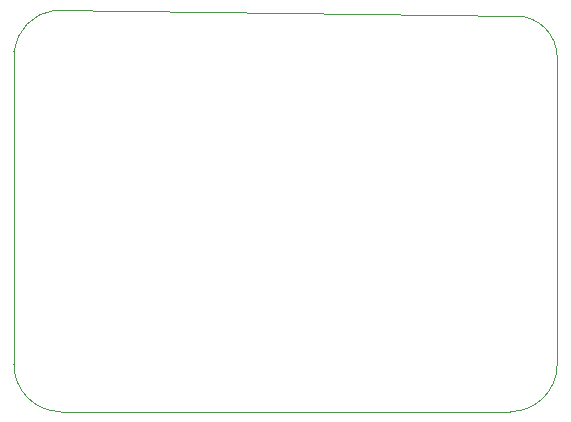
<source format=gbr>
%TF.GenerationSoftware,KiCad,Pcbnew,9.0.1*%
%TF.CreationDate,2025-04-26T12:53:08+02:00*%
%TF.ProjectId,stm32_board,73746d33-325f-4626-9f61-72642e6b6963,rev?*%
%TF.SameCoordinates,Original*%
%TF.FileFunction,Profile,NP*%
%FSLAX46Y46*%
G04 Gerber Fmt 4.6, Leading zero omitted, Abs format (unit mm)*
G04 Created by KiCad (PCBNEW 9.0.1) date 2025-04-26 12:53:08*
%MOMM*%
%LPD*%
G01*
G04 APERTURE LIST*
%TA.AperFunction,Profile*%
%ADD10C,0.050000*%
%TD*%
G04 APERTURE END LIST*
D10*
X139000000Y-48000000D02*
G75*
G02*
X142500000Y-51500000I0J-3500000D01*
G01*
X100500000Y-81500000D02*
G75*
G02*
X96500000Y-77500000I0J4000000D01*
G01*
X96500000Y-51000000D02*
G75*
G02*
X99929912Y-47509386I4000000J-500000D01*
G01*
X138500000Y-81500000D02*
X100500000Y-81500000D01*
X96500000Y-51000000D02*
X96500000Y-77500000D01*
X142500000Y-77500000D02*
G75*
G02*
X138500000Y-81500000I-4000000J0D01*
G01*
X99929919Y-47509386D02*
X139000000Y-48000000D01*
X142500000Y-51500000D02*
X142500000Y-77500000D01*
M02*

</source>
